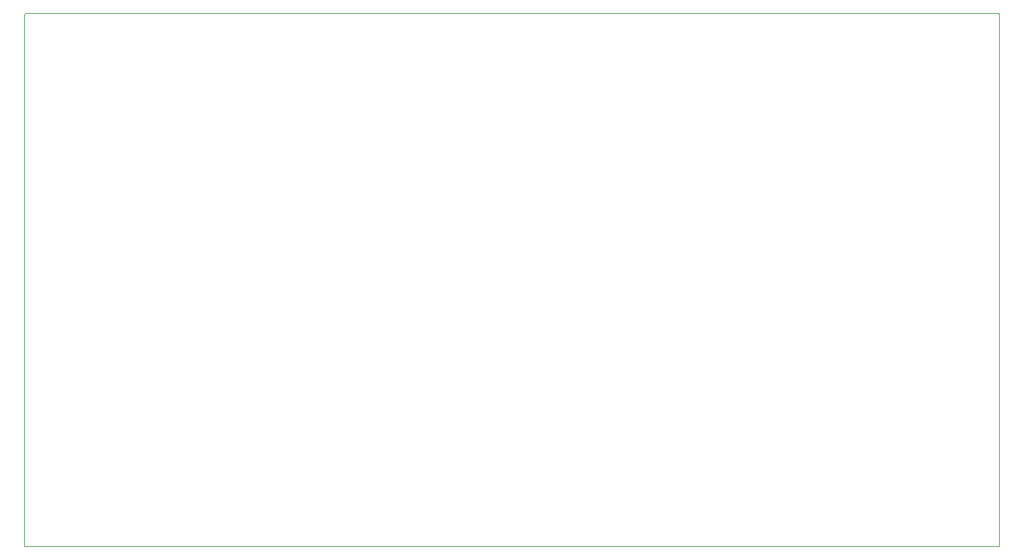
<source format=gm1>
G04*
G04 #@! TF.GenerationSoftware,Altium Limited,Altium Designer,24.1.2 (44)*
G04*
G04 Layer_Color=0*
%FSLAX44Y44*%
%MOMM*%
G71*
G04*
G04 #@! TF.SameCoordinates,79612F31-D5A8-4C31-8A46-0FB93C1D3082*
G04*
G04*
G04 #@! TF.FilePolarity,Positive*
G04*
G01*
G75*
%ADD40C,0.0254*%
D40*
X0Y0D02*
Y688122D01*
X1488Y689610D01*
X1258352D01*
X1259840Y688122D01*
Y0D01*
X0D01*
M02*

</source>
